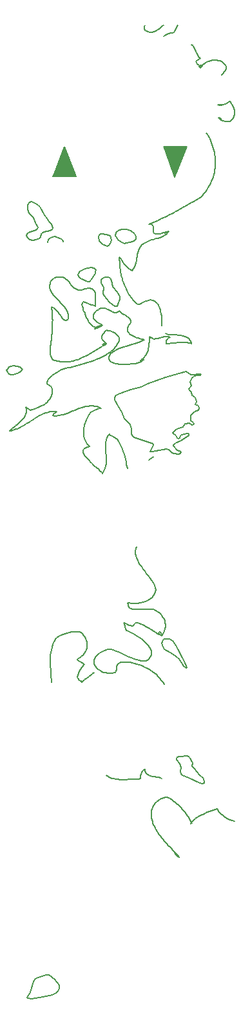
<source format=gbr>
%TF.GenerationSoftware,KiCad,Pcbnew,7.0.2-0*%
%TF.CreationDate,2023-06-28T16:36:39-04:00*%
%TF.ProjectId,Escanaba Euclidean Panel,45736361-6e61-4626-9120-4575636c6964,rev?*%
%TF.SameCoordinates,Original*%
%TF.FileFunction,Soldermask,Bot*%
%TF.FilePolarity,Negative*%
%FSLAX46Y46*%
G04 Gerber Fmt 4.6, Leading zero omitted, Abs format (unit mm)*
G04 Created by KiCad (PCBNEW 7.0.2-0) date 2023-06-28 16:36:39*
%MOMM*%
%LPD*%
G01*
G04 APERTURE LIST*
%ADD10C,0.200000*%
%ADD11C,0.150000*%
G04 APERTURE END LIST*
D10*
X111146378Y-37897502D02*
X111352636Y-38061584D01*
X111539250Y-38230767D01*
X111686577Y-38410153D01*
X111774974Y-38604841D01*
X111784795Y-38819934D01*
X111696399Y-39060531D01*
X111553829Y-39260786D01*
X111336675Y-39480408D01*
X111146378Y-39638646D01*
X104586049Y-115456157D02*
X103637261Y-114910415D01*
X105188395Y-114409035D02*
X106305170Y-116544457D01*
X92280054Y-65827869D02*
X92416401Y-66052975D01*
X99318559Y-86635382D02*
X99334810Y-86078931D01*
X83206161Y-77970798D02*
X83057641Y-78163006D01*
X89640708Y-159757625D02*
X89865576Y-159399727D01*
X108787099Y-131870713D02*
X108195392Y-131331323D01*
X108162075Y-83590982D02*
X107584162Y-83803419D01*
X108660456Y-132536550D02*
X108877149Y-132456895D01*
X107793867Y-37897502D02*
X107845431Y-38102179D01*
X107995588Y-38270858D01*
X108175825Y-38416104D01*
X108315956Y-38592594D01*
X108352618Y-38768074D01*
X83319435Y-86323859D02*
X83534420Y-86285803D01*
X83744337Y-86236732D01*
X83949560Y-86177477D01*
X84150464Y-86108868D01*
X84347421Y-86031735D01*
X84540806Y-85946909D01*
X84730994Y-85855221D01*
X84918358Y-85757501D01*
X85103272Y-85654579D01*
X85286110Y-85547286D01*
X85467246Y-85436452D01*
X85647055Y-85322909D01*
X85825910Y-85207485D01*
X86004185Y-85091012D01*
X86182255Y-84974321D01*
X86360493Y-84858241D01*
X86539273Y-84743603D01*
X86718970Y-84631238D01*
X86899958Y-84521976D01*
X87082610Y-84416647D01*
X87267300Y-84316083D01*
X87454403Y-84221113D01*
X87644293Y-84132568D01*
X87837344Y-84051278D01*
X88033929Y-83978075D01*
X88234423Y-83913788D01*
X88439200Y-83859247D01*
X88648633Y-83815285D01*
X88863097Y-83782729D01*
X89082967Y-83762413D01*
X89308615Y-83755164D01*
X89540416Y-83761816D01*
X99416740Y-86943348D02*
X99318559Y-86635382D01*
X105491115Y-89389094D02*
X104921333Y-89323315D01*
X107235115Y-35721072D02*
X107420638Y-35903007D01*
X107566873Y-36115549D01*
X107686918Y-36348495D01*
X107793866Y-36591644D01*
X107900815Y-36834792D01*
X108020859Y-37067738D01*
X108167095Y-37280280D01*
X108352618Y-37462216D01*
X98286669Y-77595880D02*
X98487426Y-77582922D01*
X98578339Y-77576292D01*
X88879507Y-59921872D02*
X88955812Y-59756210D01*
X108352618Y-55744230D02*
X108143086Y-55866640D01*
X107933554Y-55988972D01*
X107724022Y-56111143D01*
X107514490Y-56233076D01*
X107304958Y-56354690D01*
X107095426Y-56475905D01*
X106885894Y-56596642D01*
X106676362Y-56716822D01*
X106466830Y-56836363D01*
X106257298Y-56955188D01*
X106047766Y-57073215D01*
X105838234Y-57190365D01*
X105628702Y-57306559D01*
X105419170Y-57421717D01*
X105209638Y-57535759D01*
X105000107Y-57648606D01*
X104790575Y-57760177D01*
X104581043Y-57870393D01*
X104371511Y-57979175D01*
X104161979Y-58086442D01*
X103952447Y-58192115D01*
X103742915Y-58296115D01*
X103533383Y-58398361D01*
X103323851Y-58498774D01*
X103114319Y-58597274D01*
X102904787Y-58693781D01*
X102695255Y-58788216D01*
X102485723Y-58880499D01*
X102276191Y-58970551D01*
X102066659Y-59058291D01*
X101857127Y-59143639D01*
X101647596Y-59226518D01*
X96306836Y-66205501D02*
X95915608Y-66142870D01*
X102765099Y-69673383D02*
X102907976Y-69928799D01*
X103024154Y-70201715D01*
X103116399Y-70486675D01*
X103165965Y-70680646D01*
X103224468Y-70973559D01*
X103266415Y-71263969D01*
X103294571Y-71546421D01*
X103311703Y-71815461D01*
X103320576Y-72065634D01*
X103323957Y-72291484D01*
X103324613Y-72487557D01*
X104674583Y-89207575D02*
X104257411Y-88810471D01*
X108352618Y-38768074D02*
X108486488Y-38573892D01*
X108543729Y-38374157D01*
X108327277Y-38433472D01*
X108224592Y-38616623D01*
X108352618Y-38768074D01*
X104820181Y-86677316D02*
X105207356Y-86879026D01*
X87049098Y-157957911D02*
X86721965Y-158146970D01*
X100568874Y-80533389D02*
X101473921Y-80131893D01*
X92416401Y-66052975D02*
X92659110Y-66307814D01*
X108406667Y-78890834D02*
X108440754Y-78947111D01*
X111176417Y-43556221D02*
X110911527Y-43566263D01*
X110705064Y-43610631D01*
X110925684Y-43663714D01*
X111126135Y-43641237D01*
X111371379Y-43584329D01*
X111650216Y-43484381D01*
X111849241Y-43389588D01*
X112054902Y-43269289D01*
X112263882Y-43120935D01*
X94447327Y-65031193D02*
X93949749Y-64938850D01*
X95501325Y-91872970D02*
X95709318Y-91576038D01*
X95855768Y-91264016D01*
X95949818Y-90939274D01*
X96000610Y-90604187D01*
X96017288Y-90261127D01*
X96008995Y-89912466D01*
X95984872Y-89560578D01*
X95954065Y-89207836D01*
X95925714Y-88856612D01*
X95908963Y-88509278D01*
X95912956Y-88168209D01*
X95946835Y-87835776D01*
X96019742Y-87514352D01*
X96140822Y-87206310D01*
X96319216Y-86914024D01*
X96564068Y-86639866D01*
X96665968Y-61256946D02*
X96635960Y-61061533D01*
X108341454Y-132447393D02*
X108660456Y-132536550D01*
X107467534Y-79236054D02*
X107284878Y-79372003D01*
X83057641Y-78163006D02*
X82909073Y-78355232D01*
X85686481Y-56691815D02*
X85670218Y-57248247D01*
X103787323Y-73515801D02*
X103939908Y-73650280D01*
X104185588Y-73694321D01*
X104398320Y-73707592D01*
X104641777Y-73714815D01*
X104908733Y-73721839D01*
X105191960Y-73734512D01*
X105484231Y-73758682D01*
X105778321Y-73800200D01*
X106067001Y-73864912D01*
X106343046Y-73958669D01*
X106599229Y-74087319D01*
X106828322Y-74256710D01*
X107023100Y-74472691D01*
X107176334Y-74741112D01*
X107235115Y-74896815D01*
X101647596Y-116248988D02*
X101425377Y-116382570D01*
X101179422Y-116460679D01*
X100912187Y-116489054D01*
X100626127Y-116473432D01*
X100323697Y-116419552D01*
X100007353Y-116333154D01*
X99679550Y-116219976D01*
X99342744Y-116085755D01*
X98999389Y-115936232D01*
X98651943Y-115777144D01*
X98302859Y-115614231D01*
X97954594Y-115453230D01*
X97609603Y-115299881D01*
X97270341Y-115159922D01*
X96939264Y-115039092D01*
X96618828Y-114943130D01*
X89256077Y-158247582D02*
X88523927Y-157622193D01*
X97832675Y-69016282D02*
X97840795Y-68738046D01*
X88375332Y-61276941D02*
X88329024Y-61637998D01*
X103711982Y-113575574D02*
X104354028Y-113614789D01*
X107235115Y-74896815D02*
X107031814Y-74830382D01*
X106827016Y-74780443D01*
X106620863Y-74745362D01*
X106413499Y-74723501D01*
X106205067Y-74713225D01*
X105995708Y-74712897D01*
X105785566Y-74720882D01*
X105574784Y-74735543D01*
X105363504Y-74755243D01*
X105151869Y-74778347D01*
X104940022Y-74803218D01*
X104728105Y-74828220D01*
X104516262Y-74851717D01*
X104304636Y-74872073D01*
X104093368Y-74887651D01*
X103882603Y-74896815D01*
X96878202Y-67440458D02*
X96724069Y-66602606D01*
X97162157Y-69950850D02*
X97447072Y-69983731D01*
X99971340Y-101449263D02*
X99892083Y-101770839D01*
X99861117Y-102083488D01*
X99874349Y-102388486D01*
X99927687Y-102687107D01*
X100017038Y-102980628D01*
X100138310Y-103270322D01*
X100287411Y-103557467D01*
X100460247Y-103843336D01*
X100652728Y-104129205D01*
X100860759Y-104416349D01*
X101080249Y-104706044D01*
X101307106Y-104999564D01*
X101537236Y-105298186D01*
X101766548Y-105603184D01*
X101990949Y-105915833D01*
X102206347Y-106237410D01*
X93573860Y-66797262D02*
X93824640Y-66773883D01*
X95113251Y-60589147D02*
X95032855Y-60893927D01*
X106951209Y-81008476D02*
X107193868Y-81263333D01*
X89918334Y-61053777D02*
X89280379Y-60875445D01*
D11*
X105002733Y-53010617D02*
X103607869Y-49206444D01*
X103545344Y-49088614D01*
X106566671Y-49079638D01*
X105002733Y-53010617D01*
G36*
X105002733Y-53010617D02*
G01*
X103607869Y-49206444D01*
X103545344Y-49088614D01*
X106566671Y-49079638D01*
X105002733Y-53010617D01*
G37*
D10*
X96618828Y-114943130D02*
X96409569Y-114953119D01*
X96201946Y-114982237D01*
X95997598Y-115029209D01*
X95798161Y-115092759D01*
X95605272Y-115171612D01*
X95420567Y-115264493D01*
X95245684Y-115370126D01*
X95082260Y-115487237D01*
X94862190Y-115681633D01*
X94677111Y-115894680D01*
X94532546Y-116122073D01*
X94434021Y-116359509D01*
X94387060Y-116602684D01*
X94383821Y-116684274D01*
X108402626Y-79029933D02*
X107866882Y-79020449D01*
X105864271Y-130399184D02*
X105775756Y-130982198D01*
X83428528Y-78921204D02*
X83713443Y-78954085D01*
X99663543Y-61393577D02*
X99884326Y-61174805D01*
X96060076Y-74896815D02*
X95869183Y-74831019D01*
X95669805Y-74875164D01*
X95523933Y-75017901D01*
X95717602Y-75117368D01*
X95901350Y-75012221D01*
X96060076Y-74896815D01*
X102203210Y-88189751D02*
X102207300Y-88050634D01*
X96587710Y-66377480D02*
X96306836Y-66205501D01*
X95554010Y-72399590D02*
X95312332Y-72590501D01*
X95083322Y-72712258D01*
X94866947Y-72771490D01*
X94663174Y-72774826D01*
X94381070Y-72689531D01*
X94208658Y-72582135D01*
X94048733Y-72442048D01*
X93901263Y-72275900D01*
X93766214Y-72090321D01*
X93643554Y-71891940D01*
X93533250Y-71687388D01*
X93435269Y-71483293D01*
X93349579Y-71286286D01*
X93244017Y-71018567D01*
X93188910Y-70868285D01*
X89913805Y-78379103D02*
X89743304Y-78501885D01*
X89551626Y-78626820D01*
X89347056Y-78756059D01*
X89137882Y-78891754D01*
X88932391Y-79036057D01*
X88738871Y-79191119D01*
X88565608Y-79359094D01*
X88420890Y-79542132D01*
X88313004Y-79742387D01*
X88250236Y-79962009D01*
X88237550Y-80120247D01*
X106886765Y-86880970D02*
X106593719Y-87126305D01*
X110587626Y-135836860D02*
X110340121Y-135922901D01*
X110090241Y-136010134D01*
X109839299Y-136099347D01*
X109588607Y-136191327D01*
X109339477Y-136286860D01*
X109093221Y-136386733D01*
X108851151Y-136491735D01*
X108614579Y-136602651D01*
X108384818Y-136720270D01*
X108163180Y-136845377D01*
X107950976Y-136978761D01*
X107749520Y-137121208D01*
X107560123Y-137273505D01*
X107384098Y-137436440D01*
X107222756Y-137610800D01*
X107077411Y-137797371D01*
X106938217Y-129109874D02*
X106729606Y-128911331D01*
X103466816Y-114629013D02*
X103300412Y-114208511D01*
X106931490Y-85350735D02*
X106357607Y-85424054D01*
X105339673Y-87243251D02*
X105480061Y-87329258D01*
X107284878Y-79372003D02*
X107055975Y-79869010D01*
X98845831Y-72842067D02*
X98912623Y-72620932D01*
X99026290Y-72421727D01*
X99163537Y-72248848D01*
X99252998Y-72060499D01*
X99204124Y-71840022D01*
X99077337Y-71630429D01*
X84707005Y-77969574D02*
X83818210Y-77814619D01*
X96060076Y-131483999D02*
X96276019Y-131632353D01*
X96504240Y-131752652D01*
X96743919Y-131847446D01*
X96994239Y-131919285D01*
X97254381Y-131970720D01*
X97523526Y-132004302D01*
X97800855Y-132022581D01*
X98085552Y-132028107D01*
X98376796Y-132023431D01*
X98673769Y-132011104D01*
X98975653Y-131993675D01*
X99281630Y-131973696D01*
X99590881Y-131953717D01*
X99902587Y-131936289D01*
X100215930Y-131923961D01*
X100530092Y-131919286D01*
X94487441Y-72968208D02*
X94621075Y-72813484D01*
X94791553Y-72682130D01*
X94993275Y-72573097D01*
X95181204Y-72498528D01*
X95383701Y-72438124D01*
X95554010Y-72399590D01*
X85615510Y-160549172D02*
X85683684Y-160661725D01*
X96325089Y-60694160D02*
X95508509Y-60512660D01*
X103567504Y-113628683D02*
X103711982Y-113575574D01*
X107866882Y-79020449D02*
X107467534Y-79236054D01*
X105068503Y-87962215D02*
X104847719Y-88180987D01*
X99930623Y-60813730D02*
X99760190Y-60532347D01*
X97736332Y-70543955D02*
X97594578Y-70701592D01*
X97375851Y-70825165D01*
X97148721Y-70838902D01*
X96911963Y-70771628D01*
X96664355Y-70652170D01*
X96404671Y-70509355D01*
X96224236Y-70415404D01*
X96037528Y-70332425D01*
X95844184Y-70268960D01*
X95643842Y-70233549D01*
X95436139Y-70234733D01*
X95220713Y-70281054D01*
X94997200Y-70381054D01*
X94882299Y-70453852D01*
X97089086Y-82225401D02*
X97097206Y-81947166D01*
X106571854Y-86652696D02*
X106822633Y-86629317D01*
X100530092Y-77073245D02*
X100746538Y-77062874D01*
X100947033Y-77021001D01*
X100959646Y-76949408D01*
X86868311Y-56601415D02*
X86340736Y-56313678D01*
X107077411Y-137797371D02*
X107254816Y-137692710D01*
X107209512Y-137755351D01*
X105475549Y-129028257D02*
X105220679Y-129190753D01*
X97177580Y-117990132D02*
X97319450Y-117791192D01*
X97369651Y-117541243D01*
X97386532Y-117338717D01*
X97416304Y-117137626D01*
X97523798Y-116894052D01*
X97691076Y-116746522D01*
X97963325Y-116643465D01*
X98216782Y-116605846D01*
X98537355Y-116597556D01*
X98933228Y-116622424D01*
X99161961Y-116648487D01*
X99412588Y-116684274D01*
X103323851Y-113201986D02*
X103141267Y-113119910D01*
X102949576Y-113019853D01*
X102749932Y-112904926D01*
X102543488Y-112778237D01*
X102331399Y-112642899D01*
X102114818Y-112502021D01*
X101894900Y-112358715D01*
X101672799Y-112216090D01*
X101449668Y-112077257D01*
X101226662Y-111945328D01*
X101004934Y-111823411D01*
X100785639Y-111714619D01*
X100569930Y-111622060D01*
X100358962Y-111548847D01*
X100153889Y-111498089D01*
X99955864Y-111472898D01*
X105959793Y-86808855D02*
X106571854Y-86652696D01*
X88796302Y-80555533D02*
X88237550Y-80120247D01*
X108204343Y-83369024D02*
X108162075Y-83590982D01*
X101647596Y-61402948D02*
X101447715Y-61487074D01*
X101266455Y-61576063D01*
X100955703Y-61767670D01*
X100707157Y-61975854D01*
X100512631Y-62198705D01*
X100363939Y-62434308D01*
X100252898Y-62680750D01*
X100171323Y-62936119D01*
X100111028Y-63198502D01*
X100063828Y-63465986D01*
X100021540Y-63736659D01*
X99975978Y-64008606D01*
X99918957Y-64279916D01*
X99842292Y-64548675D01*
X99737799Y-64812971D01*
X99597292Y-65070891D01*
X99412588Y-65320522D01*
X96060076Y-74896815D02*
X95853818Y-74732732D01*
X95667204Y-74563549D01*
X95519877Y-74384163D01*
X95431480Y-74189475D01*
X95421658Y-73974382D01*
X95510055Y-73733785D01*
X95652624Y-73533530D01*
X95869778Y-73313908D01*
X96060076Y-73155671D01*
X93188910Y-70868285D02*
X93098119Y-70651109D01*
X93015627Y-70455406D01*
X92934112Y-70238079D01*
X92869473Y-70015512D01*
X92837609Y-69804089D01*
X92868088Y-69580438D01*
X93005673Y-69431794D01*
X96426020Y-69464552D02*
X97162157Y-69950850D01*
X105775756Y-130982198D02*
X105873975Y-131290127D01*
X99971340Y-69673383D02*
X100205972Y-69744797D01*
X100412383Y-69701279D01*
X100641815Y-69603244D01*
X100891503Y-69476515D01*
X101158687Y-69346918D01*
X101345165Y-69271678D01*
X101537373Y-69214292D01*
X101834636Y-69178425D01*
X102037586Y-69199148D01*
X102243400Y-69264505D01*
X102451261Y-69382147D01*
X102660350Y-69559726D01*
X102765099Y-69673383D01*
X98077635Y-83857481D02*
X97566311Y-83013293D01*
X95702033Y-68560901D02*
X96426020Y-69464552D01*
X98853836Y-108849126D02*
X98868108Y-109071737D01*
X98928198Y-109304576D01*
X99060094Y-109507156D01*
X99243144Y-109630031D01*
X99464561Y-109693130D01*
X99711556Y-109716377D01*
X99918974Y-109719671D01*
X99971340Y-109719698D01*
X107584162Y-83803419D02*
X107104430Y-84323822D01*
X107463144Y-85499336D02*
X107318666Y-85552445D01*
X101088844Y-130613427D02*
X101107805Y-130838509D01*
X101200959Y-131107985D01*
X101359489Y-131307164D01*
X101569583Y-131448956D01*
X101817431Y-131546274D01*
X102089218Y-131612029D01*
X102371135Y-131659134D01*
X102649368Y-131700500D01*
X102910107Y-131749039D01*
X103139538Y-131817664D01*
X103323851Y-131919286D01*
X106593719Y-87126305D02*
X105829071Y-87613828D01*
X87384288Y-60953176D02*
X87468762Y-60509260D01*
X86162122Y-56310528D02*
X85945429Y-56390183D01*
X104775302Y-113872795D02*
X105188395Y-114409035D01*
X95329944Y-60509492D02*
X95113251Y-60589147D01*
X85832543Y-57807884D02*
X86458288Y-58403568D01*
X96564068Y-86639866D02*
X96407464Y-86775345D01*
X96302216Y-86872638D01*
X86768198Y-61248453D02*
X87201682Y-61089107D01*
X96605914Y-60866157D02*
X96325089Y-60694160D01*
X109166732Y-47270617D02*
X109297339Y-47458578D01*
X109422438Y-47657500D01*
X109541574Y-47866784D01*
X109654290Y-48085829D01*
X109760130Y-48314034D01*
X109858639Y-48550799D01*
X109949361Y-48795523D01*
X110031838Y-49047607D01*
X110105616Y-49306449D01*
X110170239Y-49571449D01*
X110225250Y-49842007D01*
X110270193Y-50117523D01*
X110304613Y-50397395D01*
X110328053Y-50681024D01*
X110340057Y-50967809D01*
X110340170Y-51257150D01*
X110327935Y-51548446D01*
X110302896Y-51841097D01*
X110264598Y-52134502D01*
X110212585Y-52428061D01*
X110146399Y-52721174D01*
X110065586Y-53013240D01*
X109969690Y-53303659D01*
X109858254Y-53591830D01*
X109730822Y-53877152D01*
X109586938Y-54159027D01*
X109426147Y-54436852D01*
X109247993Y-54710028D01*
X109052018Y-54977954D01*
X108837768Y-55240030D01*
X108604787Y-55495655D01*
X108352618Y-55744230D01*
X103300412Y-114208511D02*
X103414894Y-113960008D01*
X105873975Y-131290127D02*
X106048461Y-131432431D01*
X94571464Y-65673652D02*
X94613719Y-65451675D01*
X92235326Y-116246244D02*
X92514888Y-116073717D01*
X92757882Y-115883277D01*
X92965001Y-115677478D01*
X93136935Y-115458874D01*
X93274376Y-115230020D01*
X93378017Y-114993470D01*
X93448548Y-114751778D01*
X93486663Y-114507501D01*
X93493051Y-114263190D01*
X93468406Y-114021403D01*
X93413419Y-113784692D01*
X93328782Y-113555613D01*
X93215186Y-113336719D01*
X93073323Y-113130566D01*
X92903885Y-112939708D01*
X92707565Y-112766700D01*
X105181847Y-115856430D02*
X104586049Y-115456157D01*
X96356669Y-62058733D02*
X96585573Y-61561725D01*
X99412588Y-116684274D02*
X99726682Y-116771048D01*
X100039559Y-116868368D01*
X100349997Y-116976578D01*
X100656780Y-117096021D01*
X100958688Y-117227041D01*
X101254502Y-117369982D01*
X101543004Y-117525187D01*
X101822976Y-117693001D01*
X102093198Y-117873767D01*
X102352451Y-118067829D01*
X102599518Y-118275530D01*
X102833179Y-118497215D01*
X103052216Y-118733227D01*
X103255410Y-118983909D01*
X103441542Y-119249607D01*
X103609394Y-119530663D01*
X112263882Y-45732651D02*
X112054902Y-45789996D01*
X111849241Y-45803735D01*
X111650216Y-45781272D01*
X111371379Y-45695895D01*
X111126135Y-45570712D01*
X110925684Y-45430711D01*
X110747447Y-45264182D01*
X110987243Y-45383039D01*
X111176417Y-45563720D01*
X85670218Y-57248247D02*
X85832543Y-57807884D01*
X95321394Y-66911777D02*
X95696371Y-67530858D01*
X85610788Y-60504149D02*
X85496306Y-60752652D01*
X85945429Y-56390183D02*
X85686481Y-56691815D01*
X99955864Y-111472898D02*
X99773869Y-111588546D01*
X99628739Y-111748132D01*
X99473514Y-111882567D01*
X99412588Y-111896128D01*
X107381367Y-129841509D02*
X106938217Y-129109874D01*
X106144441Y-117154018D02*
X105599030Y-116253553D01*
X98690274Y-61682538D02*
X99157844Y-61579469D01*
X88523927Y-157622193D02*
X88094533Y-157642422D01*
X107501272Y-85416513D02*
X107463144Y-85499336D01*
X104921333Y-89323315D02*
X104674583Y-89207575D01*
X94882299Y-70453852D02*
X94700881Y-70594755D01*
X94555843Y-70737576D01*
X94403408Y-70953299D01*
X94324882Y-71167923D01*
X94315494Y-71378203D01*
X94370477Y-71580890D01*
X94485063Y-71772737D01*
X94654482Y-71950497D01*
X94873967Y-72110921D01*
X95138748Y-72250763D01*
X95338079Y-72330953D01*
X95554010Y-72399590D01*
X86181208Y-160754077D02*
X87724264Y-160530905D01*
X100959646Y-76949408D02*
X100794273Y-77126306D01*
X100595226Y-77265217D01*
X100368057Y-77370960D01*
X100118319Y-77448357D01*
X99851568Y-77502230D01*
X99573355Y-77537399D01*
X99289235Y-77558686D01*
X99004761Y-77570912D01*
X98725487Y-77578897D01*
X98456966Y-77587464D01*
X98286669Y-77595880D01*
X99200347Y-80898838D02*
X100568874Y-80533389D01*
X90369653Y-61507159D02*
X90233306Y-61282053D01*
X97264249Y-60348884D02*
X97179763Y-60792781D01*
X95506002Y-61820955D02*
X96105841Y-62082129D01*
X90010449Y-66152063D02*
X89722657Y-66147423D01*
X89468791Y-66184939D01*
X89248201Y-66259982D01*
X89060234Y-66367918D01*
X88904240Y-66504119D01*
X88779568Y-66663953D01*
X88685566Y-66842788D01*
X88621583Y-67035995D01*
X88586967Y-67238942D01*
X88581069Y-67446998D01*
X88592769Y-67586255D01*
X106860951Y-131753048D02*
X108341454Y-132447393D01*
D11*
X92050670Y-52978539D02*
X89029343Y-52969563D01*
X89091868Y-52851733D01*
X90486732Y-49047560D01*
X92050670Y-52978539D01*
G36*
X92050670Y-52978539D02*
G01*
X89029343Y-52969563D01*
X89091868Y-52851733D01*
X90486732Y-49047560D01*
X92050670Y-52978539D01*
G37*
D10*
X107645940Y-130569957D02*
X107296930Y-130285387D01*
X88592769Y-67586255D02*
X88651567Y-67820802D01*
X88762646Y-68060698D01*
X88917441Y-68305206D01*
X89107386Y-68553585D01*
X89323916Y-68805097D01*
X89558463Y-69059004D01*
X89802463Y-69314566D01*
X90047349Y-69571046D01*
X90284556Y-69827704D01*
X90505518Y-70083802D01*
X90701668Y-70338600D01*
X90864442Y-70591361D01*
X90985274Y-70841346D01*
X91055597Y-71087816D01*
X91066845Y-71330031D01*
X91010454Y-71567255D01*
X106132745Y-85781962D02*
X105265826Y-86100636D01*
X104441355Y-134531002D02*
X104207814Y-134407727D01*
X104006160Y-134365763D01*
X103787931Y-134364687D01*
X103558653Y-134402347D01*
X103323851Y-134476591D01*
X103089048Y-134585266D01*
X102859770Y-134726221D01*
X102641541Y-134897304D01*
X102439887Y-135096363D01*
X102260332Y-135321246D01*
X102206347Y-135401574D01*
X92827081Y-119228365D02*
X92614346Y-119110878D01*
X92454384Y-118982437D01*
X92303156Y-118772461D01*
X92244351Y-118546130D01*
X92262179Y-118308419D01*
X92340851Y-118064305D01*
X92464577Y-117818762D01*
X92617567Y-117576766D01*
X92784031Y-117343292D01*
X92948181Y-117123316D01*
X93094226Y-116921812D01*
X93136156Y-116859610D01*
X94613719Y-65451675D02*
X94690024Y-65286013D01*
X101473921Y-80131893D02*
X103785672Y-79282108D01*
X88891718Y-59504520D02*
X88827586Y-59252868D01*
X88094533Y-157642422D02*
X87627012Y-157745474D01*
X105250687Y-129386165D02*
X105663830Y-129922387D01*
X108877149Y-132456895D02*
X108919416Y-132234937D01*
X85683684Y-160661725D02*
X86181208Y-160754077D01*
X103414894Y-113960008D02*
X103567504Y-113628683D01*
X99202558Y-60049215D02*
X98670904Y-59900614D01*
X86987446Y-59860484D02*
X86804791Y-59996434D01*
X89355054Y-77073245D02*
X89564585Y-77147302D01*
X89774117Y-77206615D01*
X89983649Y-77251740D01*
X90193181Y-77283236D01*
X90402713Y-77301661D01*
X90612245Y-77307572D01*
X90821777Y-77301528D01*
X91031309Y-77284086D01*
X91240841Y-77255805D01*
X91450373Y-77217242D01*
X91659905Y-77168955D01*
X91869437Y-77111502D01*
X92078969Y-77045441D01*
X92288501Y-76971331D01*
X92498033Y-76889728D01*
X92707565Y-76801191D01*
X92917096Y-76706277D01*
X93126628Y-76605546D01*
X93336160Y-76499554D01*
X93545692Y-76388859D01*
X93755224Y-76274020D01*
X93964756Y-76155594D01*
X94174288Y-76034140D01*
X94383820Y-75910215D01*
X94593352Y-75784377D01*
X94802884Y-75657183D01*
X95012416Y-75529193D01*
X95221948Y-75400964D01*
X95431480Y-75273054D01*
X95641012Y-75146020D01*
X95850544Y-75020421D01*
X96060076Y-74896815D01*
X95367703Y-66550720D02*
X95321394Y-66911777D01*
X106522726Y-78551211D02*
X107118535Y-78951503D01*
X102207300Y-88050634D02*
X99625351Y-87141891D01*
X97179763Y-60792781D02*
X97627004Y-61385299D01*
X105265826Y-86100636D02*
X104900564Y-86372517D01*
X102206347Y-109719698D02*
X102415333Y-109811409D01*
X102621045Y-109922888D01*
X102820210Y-110053495D01*
X103009553Y-110202593D01*
X103185799Y-110369545D01*
X103345677Y-110553712D01*
X103485910Y-110754458D01*
X103603227Y-110971145D01*
X103694351Y-111203134D01*
X103756010Y-111449789D01*
X103784930Y-111710472D01*
X103777837Y-111984545D01*
X103731456Y-112271370D01*
X103642514Y-112570311D01*
X103507737Y-112880728D01*
X103323851Y-113201986D01*
X107747399Y-81885563D02*
X107871584Y-82528003D01*
X89877792Y-158982384D02*
X89256077Y-158247582D01*
X108817145Y-132066088D02*
X108787099Y-131870713D01*
X92659110Y-66307814D02*
X93573860Y-66797262D01*
X108195392Y-131331323D02*
X107645940Y-130569957D01*
X106444728Y-128878413D02*
X105904943Y-129008028D01*
X98670904Y-59900614D02*
X98062934Y-59917656D01*
X89419931Y-159976407D02*
X89640708Y-159757625D01*
X86458288Y-58403568D02*
X86688775Y-59075740D01*
X87201682Y-61089107D02*
X87384288Y-60953176D01*
X108919416Y-132234937D02*
X108817145Y-132066088D01*
X105663830Y-129922387D02*
X105864271Y-130399184D01*
X102206347Y-89696540D02*
X101647596Y-90131826D01*
X87323672Y-56915698D02*
X86868311Y-56601415D01*
X103882603Y-74896815D02*
X103886339Y-74691117D01*
X103930805Y-74494872D01*
X104041243Y-74290050D01*
X104192171Y-74145614D01*
X104400642Y-74039548D01*
X104441355Y-74026243D01*
X99888405Y-61035669D02*
X99930623Y-60813730D01*
X103637261Y-114910415D02*
X103534990Y-114741566D01*
X101691141Y-73928153D02*
X101683203Y-74185272D01*
X101674585Y-74430673D01*
X101663586Y-74665135D01*
X101648505Y-74889440D01*
X101627642Y-75104369D01*
X101599296Y-75310703D01*
X101561766Y-75509225D01*
X101484530Y-75794067D01*
X101377064Y-76065724D01*
X101233627Y-76326833D01*
X101115184Y-76496348D01*
X100976502Y-76663129D01*
X100815881Y-76827957D01*
X100631619Y-76991612D01*
X100530092Y-77073245D01*
X93231398Y-65065297D02*
X92577180Y-65443397D01*
X96105841Y-62082129D02*
X96356669Y-62058733D01*
X108440754Y-78947111D02*
X108402626Y-79029933D01*
X88948319Y-160218575D02*
X89419931Y-159976407D01*
X97557235Y-60103548D02*
X97264249Y-60348884D01*
X105777149Y-86944824D02*
X105959793Y-86808855D01*
X84983789Y-78280670D02*
X84915616Y-78168117D01*
X107209512Y-137755351D02*
X107102841Y-137484279D01*
X106983330Y-137226669D01*
X106851836Y-136981623D01*
X106709214Y-136748243D01*
X106556320Y-136525632D01*
X106394010Y-136312893D01*
X106223140Y-136109127D01*
X106044566Y-135913439D01*
X105859144Y-135724929D01*
X105667731Y-135542702D01*
X105471181Y-135365859D01*
X105270352Y-135193503D01*
X105066099Y-135024737D01*
X104859277Y-134858663D01*
X104650744Y-134694383D01*
X104441355Y-134531002D01*
X86721965Y-158146970D02*
X86497097Y-158504868D01*
X107296930Y-130285387D02*
X107381367Y-129841509D01*
X107793867Y-37897502D02*
X108352618Y-37462216D01*
X97627004Y-61385299D02*
X98048266Y-61643286D01*
X95032855Y-60893927D02*
X95088819Y-61423832D01*
X88796302Y-70108669D02*
X88838249Y-70323314D01*
X88872732Y-70538014D01*
X88900305Y-70752772D01*
X88921521Y-70967592D01*
X88936935Y-71182481D01*
X88947101Y-71397441D01*
X88952573Y-71612479D01*
X88953905Y-71827598D01*
X88951650Y-72042804D01*
X88946364Y-72258100D01*
X88938600Y-72473492D01*
X88928912Y-72688985D01*
X88917854Y-72904582D01*
X88905981Y-73120290D01*
X88893845Y-73336111D01*
X88882003Y-73552052D01*
X93949749Y-64938850D02*
X93231398Y-65065297D01*
X85443790Y-83167250D02*
X86002542Y-83602536D01*
X98578339Y-77576292D02*
X98304464Y-77592959D01*
X98029174Y-77592419D01*
X97757576Y-77575049D01*
X97494779Y-77541226D01*
X97245890Y-77491326D01*
X97016015Y-77425725D01*
X96810263Y-77344800D01*
X96633740Y-77248929D01*
X96434936Y-77077919D01*
X96330628Y-76875397D01*
X96338056Y-76642633D01*
X96474456Y-76380899D01*
X96645553Y-76190942D01*
X96886741Y-75989052D01*
X98295084Y-111460842D02*
X98393724Y-111659829D01*
X98455255Y-111861464D01*
X98505915Y-112063531D01*
X98571943Y-112263813D01*
X98679575Y-112460092D01*
X98729234Y-112524246D01*
X88796302Y-80555533D02*
X88875422Y-80871901D01*
X88905433Y-81168504D01*
X88889609Y-81445978D01*
X88831224Y-81704960D01*
X88733551Y-81946089D01*
X88599865Y-82170002D01*
X88433440Y-82377337D01*
X88237550Y-82568731D01*
X88015467Y-82744822D01*
X87770468Y-82906248D01*
X87505824Y-83053646D01*
X87224812Y-83187654D01*
X86930703Y-83308909D01*
X86626772Y-83418049D01*
X86316294Y-83515712D01*
X86002542Y-83602536D01*
X105590984Y-142197112D02*
X105410304Y-142089004D01*
X105245300Y-141960795D01*
X105110860Y-141801357D01*
X104986137Y-141610404D01*
X104967785Y-141581576D01*
X106890807Y-86741871D02*
X106886765Y-86880970D01*
X107871584Y-82528003D02*
X107718937Y-82859366D01*
X104257411Y-88810471D02*
X103938594Y-88721619D01*
X99760190Y-60532347D02*
X99202558Y-60049215D01*
X105207356Y-86879026D02*
X105339673Y-87243251D01*
X94624165Y-69989406D02*
X94581063Y-69726817D01*
X94579190Y-69500863D01*
X94591122Y-69258340D01*
X94605793Y-69006714D01*
X94612134Y-68753453D01*
X94599080Y-68506026D01*
X94555563Y-68271900D01*
X94470516Y-68058543D01*
X94332872Y-67873422D01*
X94131564Y-67724005D01*
X94048401Y-67683425D01*
X112839224Y-137427017D02*
X112554826Y-137363097D01*
X112281196Y-137276647D01*
X112019857Y-137169367D01*
X111772331Y-137042957D01*
X111540143Y-136899117D01*
X111324815Y-136739548D01*
X111127869Y-136565949D01*
X110950830Y-136380020D01*
X110795219Y-136183461D01*
X110662561Y-135977973D01*
X110587626Y-135836860D01*
X101647596Y-59226518D02*
X101912180Y-59250651D01*
X102147665Y-59364494D01*
X102237539Y-59546819D01*
X102235870Y-59769853D01*
X102196725Y-60005823D01*
X102174171Y-60226954D01*
X102263359Y-60450709D01*
X102489782Y-60529206D01*
X102746736Y-60523576D01*
X103107184Y-60461975D01*
X103331225Y-60407613D01*
X103587146Y-60336173D01*
X103876951Y-60246626D01*
X104202643Y-60137943D01*
X101691141Y-73928153D02*
X101764522Y-74141287D01*
X101691141Y-73928153D01*
X99971340Y-109719698D02*
X100204880Y-109719698D01*
X100406534Y-109719698D01*
X100624763Y-109719698D01*
X100854041Y-109719698D01*
X101088843Y-109719698D01*
X101323646Y-109719698D01*
X101552924Y-109719698D01*
X101771152Y-109719698D01*
X101972806Y-109719698D01*
X102206347Y-109719698D01*
X107218289Y-80428629D02*
X106848949Y-80839646D01*
X87724264Y-160530905D02*
X88948319Y-160218575D01*
X101136169Y-33192382D02*
X101025720Y-33359408D01*
X100997139Y-33593225D01*
X101106279Y-33795265D01*
X101280687Y-33929853D01*
X101512363Y-34025601D01*
X101727216Y-34069111D01*
X101841410Y-34078495D01*
X101821659Y-89018120D02*
X101825738Y-88878984D01*
X87627012Y-157745474D02*
X87049098Y-157957911D01*
X107156352Y-84992827D02*
X107471276Y-85221120D01*
X97840795Y-68738046D02*
X97465830Y-68118984D01*
X106822633Y-86629317D02*
X106890807Y-86741871D01*
X96655884Y-66490034D02*
X96587710Y-66377480D01*
X94048401Y-67683425D02*
X93802902Y-67611506D01*
X93586548Y-67610638D01*
X93386915Y-67657914D01*
X93191577Y-67730426D01*
X92988110Y-67805269D01*
X92764089Y-67859535D01*
X92507090Y-67870318D01*
X92285224Y-67836089D01*
X92204688Y-67814711D01*
X95696371Y-67530858D02*
X95603815Y-68252972D01*
X102206347Y-135401574D02*
X102112887Y-135645155D01*
X102041430Y-135886234D01*
X101991061Y-136124861D01*
X101960864Y-136361083D01*
X101949926Y-136594950D01*
X101957330Y-136826510D01*
X101982163Y-137055812D01*
X102023508Y-137282905D01*
X102080452Y-137507837D01*
X102152080Y-137730657D01*
X102237475Y-137951415D01*
X102335725Y-138170158D01*
X102445912Y-138386936D01*
X102567124Y-138601797D01*
X102698444Y-138814790D01*
X102838959Y-139025964D01*
X102987752Y-139235367D01*
X103143909Y-139443049D01*
X103306515Y-139649058D01*
X103474656Y-139853442D01*
X103647416Y-140056251D01*
X103823880Y-140257533D01*
X104003134Y-140457338D01*
X104184262Y-140655713D01*
X104366350Y-140852707D01*
X104548483Y-141048370D01*
X104729745Y-141242750D01*
X104909223Y-141435896D01*
X105086000Y-141627856D01*
X105259163Y-141818680D01*
X105427795Y-142008415D01*
X105590984Y-142197112D01*
X98048266Y-61643286D02*
X98367230Y-61732480D01*
X93824640Y-66773883D02*
X94193992Y-66362885D01*
X92827081Y-119228365D02*
X92727687Y-119035059D01*
X92827081Y-119228365D01*
X112263882Y-43120935D02*
X112419649Y-43365783D01*
X112567130Y-43610631D01*
X112698036Y-43855480D01*
X112804081Y-44100328D01*
X112876977Y-44345176D01*
X112908438Y-44590025D01*
X112890176Y-44834873D01*
X112813903Y-45079722D01*
X112671333Y-45324570D01*
X112535363Y-45487802D01*
X112363788Y-45651034D01*
X112263882Y-45732651D01*
X96585573Y-61561725D02*
X96665968Y-61256946D01*
X95915608Y-66142870D02*
X95626651Y-66249089D01*
X100998746Y-74389093D02*
X100799393Y-74331213D01*
X100596799Y-74273847D01*
X100393510Y-74215776D01*
X100192072Y-74155780D01*
X99995031Y-74092642D01*
X99804931Y-74025141D01*
X99538368Y-73913045D01*
X99301744Y-73784278D01*
X99103653Y-73634726D01*
X98952685Y-73460276D01*
X98857434Y-73256814D01*
X98826490Y-73020226D01*
X98845831Y-72842067D01*
X85666751Y-61034054D02*
X85981674Y-61262347D01*
X107318666Y-85552445D02*
X106931490Y-85350735D01*
X84797055Y-78555756D02*
X84945624Y-78363530D01*
X83818210Y-77814619D02*
X83495167Y-77864561D01*
X104202643Y-60137943D02*
X104092261Y-60350466D01*
X103943769Y-60525489D01*
X103761108Y-60669265D01*
X103548221Y-60788048D01*
X103309051Y-60888092D01*
X103047539Y-60975652D01*
X102767629Y-61056981D01*
X102572747Y-61110827D01*
X102372609Y-61166537D01*
X102168383Y-61225963D01*
X101961236Y-61290958D01*
X101752337Y-61363376D01*
X101647596Y-61402948D01*
X108106112Y-83061076D02*
X108204343Y-83369024D01*
X95305077Y-83363001D02*
X95091797Y-83386168D01*
X94888983Y-83429739D01*
X94696665Y-83492537D01*
X94343644Y-83671109D01*
X94032983Y-83912475D01*
X93764929Y-84207226D01*
X93646957Y-84371681D01*
X93539730Y-84545954D01*
X93443280Y-84728868D01*
X93357636Y-84919248D01*
X93282831Y-85115918D01*
X93218895Y-85317701D01*
X93165860Y-85523421D01*
X93123755Y-85731902D01*
X93092614Y-85941968D01*
X93072465Y-86152443D01*
X93063341Y-86362151D01*
X93065273Y-86569915D01*
X93078291Y-86774560D01*
X93102427Y-86974909D01*
X93184176Y-87358015D01*
X93310768Y-87709825D01*
X93482452Y-88020930D01*
X93699476Y-88281920D01*
X93825069Y-88390682D01*
X89280379Y-60875445D02*
X88668379Y-61031606D01*
X87468762Y-60509260D02*
X87579154Y-60399874D01*
X83181778Y-78805465D02*
X83428528Y-78921204D01*
X106729606Y-128911331D02*
X106444728Y-128878413D01*
X88516752Y-58885458D02*
X88244047Y-58435225D01*
X107104430Y-84323822D02*
X107156352Y-84992827D01*
X103785672Y-79282108D02*
X105587683Y-78757314D01*
X92204688Y-67814711D02*
X91946661Y-67707931D01*
X91732822Y-67560891D01*
X91551623Y-67384010D01*
X91391513Y-67187710D01*
X91240944Y-66982410D01*
X91088366Y-66778532D01*
X90922232Y-66586494D01*
X90730992Y-66416718D01*
X90503097Y-66279624D01*
X90226998Y-66185632D01*
X90010449Y-66152063D01*
X97465830Y-68118984D02*
X96878202Y-67440458D01*
X85981674Y-61262347D02*
X86372940Y-61324941D01*
X106357607Y-85424054D02*
X106132745Y-85781962D01*
X94383821Y-117990132D02*
X94174522Y-118153232D01*
X93966624Y-118315539D01*
X93761527Y-118476262D01*
X93560632Y-118634607D01*
X93365339Y-118789783D01*
X93177049Y-118940996D01*
X92997163Y-119087454D01*
X92827081Y-119228365D01*
X105822339Y-89060918D02*
X105780120Y-89282857D01*
X87063751Y-59694822D02*
X86987446Y-59860484D01*
X83495167Y-77864561D02*
X83206161Y-77970798D01*
X104354028Y-113614789D02*
X104775302Y-113872795D01*
X98729234Y-112524246D02*
X99071058Y-112663418D01*
X99417510Y-112825318D01*
X99763044Y-113007751D01*
X100102113Y-113208522D01*
X100429170Y-113425435D01*
X100738668Y-113656294D01*
X101025060Y-113898905D01*
X101282800Y-114151072D01*
X101506340Y-114410600D01*
X101690133Y-114675293D01*
X101828634Y-114942957D01*
X101916294Y-115211395D01*
X101947567Y-115478412D01*
X101916906Y-115741814D01*
X101818765Y-115999404D01*
X101647596Y-116248988D01*
X98044471Y-81323730D02*
X99200347Y-80898838D01*
X92577180Y-65443397D02*
X92356348Y-65662187D01*
X104441355Y-74026243D02*
X104165034Y-73964215D01*
X103891456Y-73962565D01*
X103620996Y-74004176D01*
X103354028Y-74071932D01*
X103090926Y-74148717D01*
X102832066Y-74217415D01*
X102577821Y-74260909D01*
X102328568Y-74262084D01*
X102084680Y-74203822D01*
X101846532Y-74069009D01*
X101691141Y-73928153D01*
X104809543Y-88263827D02*
X105328998Y-88829800D01*
X104847719Y-88180987D02*
X104809543Y-88263827D01*
X98062934Y-59917656D02*
X97557235Y-60103548D01*
X101841410Y-34078495D02*
X102046467Y-34071026D01*
X102300853Y-34014820D01*
X102535594Y-33915587D01*
X102752977Y-33784045D01*
X102955291Y-33630916D01*
X103144824Y-33466919D01*
X103323863Y-33302775D01*
X103494695Y-33149204D01*
X103536390Y-33113720D01*
X108352618Y-38768074D02*
X108524039Y-38535061D01*
X108722163Y-38327155D01*
X108944228Y-38146508D01*
X109187472Y-37995271D01*
X109449131Y-37875596D01*
X109726444Y-37789636D01*
X110016647Y-37739543D01*
X110316980Y-37727468D01*
X110521465Y-37741602D01*
X110728405Y-37774227D01*
X110936982Y-37825981D01*
X111146378Y-37897502D01*
X90887240Y-84023067D02*
X91131247Y-83924498D01*
X91385663Y-83817399D01*
X91649174Y-83705234D01*
X91920467Y-83591468D01*
X92198229Y-83479569D01*
X92481148Y-83373001D01*
X92767910Y-83275230D01*
X93057202Y-83189721D01*
X93347711Y-83119941D01*
X93638125Y-83069356D01*
X93927131Y-83041430D01*
X94213415Y-83039630D01*
X94495664Y-83067422D01*
X94772566Y-83128270D01*
X95042808Y-83225641D01*
X95305077Y-83363001D01*
X97447072Y-69983731D02*
X97561554Y-69735228D01*
X99412588Y-111896128D02*
X99198401Y-111851600D01*
X98979113Y-111774765D01*
X98761248Y-111679293D01*
X98551331Y-111578855D01*
X98355887Y-111487122D01*
X98295084Y-111460842D01*
X103436974Y-88768375D02*
X102072488Y-88994724D01*
X97566311Y-83013293D02*
X97089086Y-82225401D01*
X87899079Y-58011556D02*
X87323672Y-56915698D01*
X107471276Y-85221120D02*
X107501272Y-85416513D01*
X99334810Y-86078931D02*
X99138410Y-85463035D01*
X105829071Y-87613828D02*
X105068503Y-87962215D01*
X104751996Y-86564743D02*
X104820181Y-86677316D01*
X104202643Y-60137943D02*
X104021786Y-60234793D01*
X103837749Y-60336406D01*
X103764786Y-60378379D01*
X102206347Y-106237410D02*
X102377410Y-106558454D01*
X102474809Y-106867384D01*
X102503456Y-107162286D01*
X102468262Y-107441247D01*
X102374136Y-107702355D01*
X102225990Y-107943697D01*
X102028736Y-108163359D01*
X101787283Y-108359429D01*
X101506543Y-108529994D01*
X101191427Y-108673141D01*
X100846845Y-108786957D01*
X100477708Y-108869530D01*
X100088928Y-108918946D01*
X99888707Y-108930622D01*
X99685416Y-108933292D01*
X99479669Y-108926717D01*
X99272081Y-108910656D01*
X99063265Y-108884872D01*
X98853836Y-108849126D01*
X96635960Y-61061533D02*
X96605914Y-60866157D01*
X88827586Y-59252868D02*
X88516752Y-58885458D01*
X107118535Y-78951503D02*
X108406667Y-78890834D01*
X96302216Y-86872638D02*
X96638739Y-86934576D01*
X96940318Y-87057242D01*
X97209257Y-87233611D01*
X97447860Y-87456657D01*
X97658430Y-87719354D01*
X97843270Y-88014678D01*
X98004686Y-88335602D01*
X98144980Y-88675102D01*
X98266455Y-89026152D01*
X98371417Y-89381726D01*
X98462169Y-89734800D01*
X98541014Y-90078347D01*
X98610256Y-90405342D01*
X98672199Y-90708760D01*
X98729147Y-90981575D01*
X98783403Y-91216763D01*
X91010454Y-71567255D02*
X90917658Y-71746178D01*
X90705964Y-71873418D01*
X90463499Y-71756037D01*
X90264371Y-71552846D01*
X90124525Y-71380229D01*
X89979710Y-71188886D01*
X89830532Y-70988247D01*
X89677594Y-70787740D01*
X89521504Y-70596795D01*
X89362865Y-70424839D01*
X89202284Y-70281302D01*
X88959092Y-70139907D01*
X88796302Y-70108669D01*
X90233306Y-61282053D02*
X89918334Y-61053777D01*
X86497097Y-158504868D02*
X86027069Y-159916215D01*
X86372940Y-61324941D02*
X86768198Y-61248453D01*
X105904943Y-129008028D02*
X105475549Y-129028257D01*
X103938594Y-88721619D02*
X103436974Y-88768375D01*
X97561554Y-69735228D02*
X97832675Y-69016282D01*
X94383821Y-116684274D02*
X94426177Y-116928046D01*
X94545880Y-117165362D01*
X94731881Y-117389767D01*
X94887256Y-117529008D01*
X95063912Y-117657729D01*
X95258575Y-117774016D01*
X95467971Y-117875957D01*
X95688825Y-117961638D01*
X95917864Y-118029146D01*
X96151814Y-118076570D01*
X96387401Y-118101995D01*
X96621351Y-118103509D01*
X96850390Y-118079200D01*
X97071245Y-118027154D01*
X97177580Y-117990132D01*
X86027069Y-159916215D02*
X85615510Y-160549172D01*
X89355054Y-113637272D02*
X89164619Y-113968624D01*
X89010199Y-114308904D01*
X88888517Y-114656835D01*
X88796302Y-115011143D01*
X88730277Y-115370551D01*
X88687170Y-115733786D01*
X88663707Y-116099571D01*
X88656614Y-116466631D01*
X88662616Y-116833691D01*
X88678440Y-117199476D01*
X88700812Y-117562710D01*
X88726458Y-117922118D01*
X88752103Y-118276426D01*
X88774475Y-118624357D01*
X88790299Y-118964637D01*
X88796302Y-119295991D01*
X85496306Y-60752652D02*
X85666751Y-61034054D01*
X86340736Y-56313678D02*
X86162122Y-56310528D01*
X95603815Y-68252972D02*
X95702033Y-68560901D01*
X88624638Y-60084367D02*
X88879507Y-59921872D01*
X82909073Y-78355232D02*
X83045431Y-78580358D01*
X88244047Y-58435225D02*
X87899079Y-58011556D01*
X106305170Y-116544457D02*
X106569756Y-117272925D01*
X95508509Y-60512660D02*
X95329944Y-60509492D01*
X88882003Y-73552052D02*
X88860915Y-73813206D01*
X88831888Y-74089447D01*
X88798071Y-74376367D01*
X88762613Y-74669560D01*
X88728660Y-74964619D01*
X88699363Y-75257139D01*
X88677869Y-75542713D01*
X88667326Y-75816934D01*
X88670884Y-76075396D01*
X88691690Y-76313693D01*
X88732892Y-76527418D01*
X88839828Y-76792295D01*
X89010366Y-76977100D01*
X89255133Y-77066960D01*
X89355054Y-77073245D01*
X97753095Y-63510603D02*
X97753226Y-63720878D01*
X97756828Y-63930683D01*
X97764001Y-64139951D01*
X97774844Y-64348615D01*
X97789456Y-64556607D01*
X97807937Y-64763861D01*
X97830385Y-64970309D01*
X97856900Y-65175884D01*
X97887581Y-65380520D01*
X97922527Y-65584148D01*
X97961838Y-65786703D01*
X98005613Y-65988116D01*
X98053951Y-66188321D01*
X98106951Y-66387251D01*
X98164712Y-66584838D01*
X98227335Y-66781015D01*
X98294917Y-66975716D01*
X98367559Y-67168873D01*
X98445359Y-67360419D01*
X98528417Y-67550287D01*
X98616832Y-67738409D01*
X98710703Y-67924720D01*
X98810130Y-68109151D01*
X98915211Y-68291635D01*
X99026046Y-68472106D01*
X99142735Y-68650496D01*
X99265375Y-68826738D01*
X99394068Y-69000765D01*
X99528911Y-69172510D01*
X99670005Y-69341906D01*
X99817448Y-69508886D01*
X99971340Y-69673383D01*
X99138410Y-85463035D02*
X98410344Y-84698520D01*
X98410344Y-84698520D02*
X98077635Y-83857481D01*
X107055975Y-79869010D02*
X107218289Y-80428629D01*
X93136156Y-116859610D02*
X92939241Y-116771955D01*
X92744628Y-116675320D01*
X92561879Y-116566426D01*
X92400558Y-116441993D01*
X92252192Y-116272807D01*
X92235326Y-116246244D01*
X100530092Y-131919286D02*
X100532223Y-131715245D01*
X100547143Y-131511204D01*
X100587641Y-131307164D01*
X100666506Y-131103123D01*
X100796525Y-130899083D01*
X100945967Y-130735851D01*
X101088844Y-130613427D01*
X99625351Y-87141891D02*
X99416740Y-86943348D01*
X93005673Y-69431794D02*
X93230213Y-69468762D01*
X93450926Y-69544505D01*
X93641521Y-69616802D01*
X93841939Y-69695900D01*
X94041689Y-69775971D01*
X94230278Y-69851185D01*
X94446236Y-69933843D01*
X94624165Y-69989406D01*
X107193868Y-81263333D02*
X107287997Y-81710379D01*
X83713443Y-78954085D02*
X84108750Y-78877579D01*
X102072488Y-88994724D02*
X101821659Y-89018120D01*
X104967785Y-141581576D02*
X105148442Y-141697363D01*
X105313742Y-141838488D01*
X105450668Y-141994965D01*
X105575435Y-142173027D01*
X105590984Y-142197113D01*
X103534990Y-114741566D02*
X103466816Y-114629013D01*
X99412588Y-65320522D02*
X99182929Y-65199787D01*
X98977695Y-65061809D01*
X98793736Y-64909052D01*
X98627903Y-64743979D01*
X98477048Y-64569053D01*
X98338021Y-64386738D01*
X98207672Y-64199496D01*
X98082855Y-64009791D01*
X97960418Y-63820086D01*
X97837213Y-63632845D01*
X97753095Y-63510603D01*
X105480061Y-87329258D02*
X105696803Y-87249585D01*
X104900564Y-86372517D02*
X104751996Y-86564743D01*
X97611036Y-81483058D02*
X98044471Y-81323730D01*
X87834024Y-60237379D02*
X88624638Y-60084367D01*
X105420216Y-33151252D02*
X105262454Y-33428748D01*
X105142873Y-33648061D01*
X105019696Y-33883362D01*
X104923405Y-34059265D01*
X104716171Y-34154100D01*
X104498635Y-34192351D01*
X104235560Y-34268821D01*
X103999397Y-34355776D01*
X103706400Y-34479736D01*
X103536390Y-34557797D01*
X106048461Y-131432431D02*
X106860951Y-131753048D01*
X88668379Y-61031606D02*
X88375332Y-61276941D01*
X97097206Y-81947166D02*
X97283903Y-81672117D01*
X84915616Y-78168117D02*
X84707005Y-77969574D01*
X105599030Y-116253553D02*
X105181847Y-115856430D01*
X94690024Y-65286013D02*
X94447327Y-65031193D01*
X107718937Y-82859366D02*
X108106112Y-83061076D01*
X105780120Y-89282857D02*
X105491115Y-89389094D01*
X105587683Y-78757314D02*
X106522726Y-78551211D01*
X99884326Y-61174805D02*
X99888405Y-61035669D01*
X103764786Y-60378379D02*
X103945003Y-60281395D01*
X104129687Y-60182764D01*
X104202643Y-60137943D01*
X103323851Y-113201986D02*
X103102644Y-113088042D01*
X102933288Y-112929866D01*
X102887754Y-112727035D01*
X103089276Y-112657543D01*
X103232356Y-112826506D01*
X103297173Y-113024069D01*
X103323851Y-113201986D01*
X85443790Y-83167250D02*
X85523311Y-83407857D01*
X85552923Y-83641244D01*
X85537254Y-83867718D01*
X85480933Y-84087591D01*
X85388591Y-84301171D01*
X85264857Y-84508769D01*
X85114360Y-84710694D01*
X84941730Y-84907257D01*
X84751596Y-85098766D01*
X84548588Y-85285531D01*
X84337335Y-85467863D01*
X84122467Y-85646071D01*
X83908614Y-85820465D01*
X83700404Y-85991354D01*
X83502468Y-86159049D01*
X83319435Y-86323859D01*
X99077337Y-71630429D02*
X98911716Y-71454044D01*
X98744590Y-71328757D01*
X98558197Y-71210472D01*
X98363167Y-71092670D01*
X98170130Y-70968833D01*
X97989715Y-70832444D01*
X97832551Y-70676985D01*
X97736332Y-70543955D01*
X98367230Y-61732480D02*
X98690274Y-61682538D01*
X94193992Y-66362885D02*
X94571464Y-65673652D01*
X93825069Y-88390682D02*
X93607279Y-88427641D01*
X93275597Y-88537921D01*
X93070582Y-88691520D01*
X92977997Y-88882245D01*
X92983606Y-89103903D01*
X93073173Y-89350299D01*
X93232462Y-89615240D01*
X93447237Y-89892532D01*
X93703262Y-90175982D01*
X93986300Y-90459397D01*
X94133501Y-90599155D01*
X94282116Y-90736582D01*
X94430367Y-90870903D01*
X94718656Y-91127130D01*
X94984133Y-91361645D01*
X95212560Y-91568251D01*
X95389703Y-91740758D01*
X95501325Y-91872970D01*
X107287997Y-81710379D02*
X107747399Y-81885563D01*
X96060076Y-73155671D02*
X96292525Y-73176075D01*
X96489422Y-73218158D01*
X96696447Y-73283196D01*
X96905314Y-73371188D01*
X97107736Y-73482135D01*
X97295424Y-73616036D01*
X97460093Y-73772892D01*
X97593455Y-73952703D01*
X97687222Y-74155468D01*
X97733109Y-74381188D01*
X97736332Y-74461529D01*
X95088819Y-61423832D02*
X95506002Y-61820955D01*
X106848949Y-80839646D02*
X106951209Y-81008476D01*
X101825738Y-88878984D02*
X102203210Y-88189751D01*
X95626651Y-66249089D02*
X95367703Y-66550720D01*
X86804791Y-59996434D02*
X85759356Y-60311923D01*
X105696803Y-87249585D02*
X105777149Y-86944824D01*
X84945624Y-78363530D02*
X84983789Y-78280670D01*
X96886741Y-75989052D02*
X97100586Y-75842904D01*
X97328450Y-75711534D01*
X97568562Y-75593092D01*
X97819151Y-75485731D01*
X98078446Y-75387603D01*
X98344675Y-75296861D01*
X98616067Y-75211655D01*
X98890853Y-75130139D01*
X99167260Y-75050465D01*
X99443517Y-74970785D01*
X99717854Y-74889250D01*
X99988499Y-74804014D01*
X100253682Y-74713228D01*
X100511632Y-74615044D01*
X100760576Y-74507615D01*
X100998746Y-74389093D01*
X99157844Y-61579469D02*
X99663543Y-61393577D01*
X92707565Y-112766700D02*
X92485755Y-112699961D01*
X92242665Y-112661279D01*
X91983206Y-112648101D01*
X91712288Y-112657878D01*
X91434822Y-112688059D01*
X91155718Y-112736093D01*
X90879889Y-112799431D01*
X90612245Y-112875521D01*
X90357696Y-112961813D01*
X90121155Y-113055757D01*
X89907530Y-113154801D01*
X89721734Y-113256396D01*
X89505961Y-113407992D01*
X89361499Y-113595241D01*
X89355054Y-113637272D01*
X84108750Y-78877579D02*
X84469922Y-78744815D01*
X87579154Y-60399874D02*
X87834024Y-60237379D01*
X97736332Y-74461529D02*
X97623500Y-74700080D01*
X97495015Y-74926358D01*
X97351593Y-75140839D01*
X97193949Y-75344003D01*
X97022801Y-75536327D01*
X96838863Y-75718289D01*
X96642854Y-75890369D01*
X96435487Y-76053043D01*
X96217480Y-76206791D01*
X95989550Y-76352090D01*
X95752411Y-76489418D01*
X95506780Y-76619255D01*
X95253374Y-76742078D01*
X94992909Y-76858365D01*
X94726100Y-76968594D01*
X94453664Y-77073245D01*
X94176317Y-77172794D01*
X93894776Y-77267720D01*
X93609756Y-77358502D01*
X93321973Y-77445618D01*
X93032144Y-77529546D01*
X92740986Y-77610763D01*
X92449213Y-77689749D01*
X92157543Y-77766982D01*
X91866691Y-77842939D01*
X91577374Y-77918099D01*
X91290308Y-77992940D01*
X91006208Y-78067941D01*
X90725792Y-78143579D01*
X90449775Y-78220334D01*
X90178874Y-78298682D01*
X89913805Y-78379103D01*
X84469922Y-78744815D02*
X84797055Y-78555756D01*
X95554010Y-72399590D02*
X95378261Y-72541112D01*
X95192844Y-72669855D01*
X94996395Y-72782821D01*
X94787548Y-72877011D01*
X94564938Y-72949426D01*
X94487441Y-72968208D01*
X83045431Y-78580358D02*
X83181778Y-78805465D01*
X97283903Y-81672117D02*
X97611036Y-81483058D01*
X89540416Y-83761816D02*
X89300297Y-83932676D01*
X89141451Y-84070351D01*
X89034978Y-84256932D01*
X89213874Y-84351514D01*
X89438704Y-84350494D01*
X89718035Y-84317267D01*
X89920951Y-84281716D01*
X90127714Y-84238590D01*
X90330175Y-84190585D01*
X90607971Y-84115327D01*
X90830242Y-84044255D01*
X90887240Y-84023067D01*
X96724069Y-66602606D02*
X96655884Y-66490034D01*
X89865576Y-159399727D02*
X89835574Y-159204324D01*
X106493451Y-117438588D02*
X106144441Y-117154018D01*
X106569756Y-117272925D02*
X106493451Y-117438588D01*
X85759356Y-60311923D02*
X85610788Y-60504149D01*
X105220679Y-129190753D02*
X105250687Y-129386165D01*
X88955812Y-59756210D02*
X88891718Y-59504520D01*
X105328998Y-88829800D02*
X105822339Y-89060918D01*
X92356348Y-65662187D02*
X92280054Y-65827869D01*
X89835574Y-159204324D02*
X89877792Y-158982384D01*
X86688775Y-59075740D02*
X87063751Y-59694822D01*
M02*

</source>
